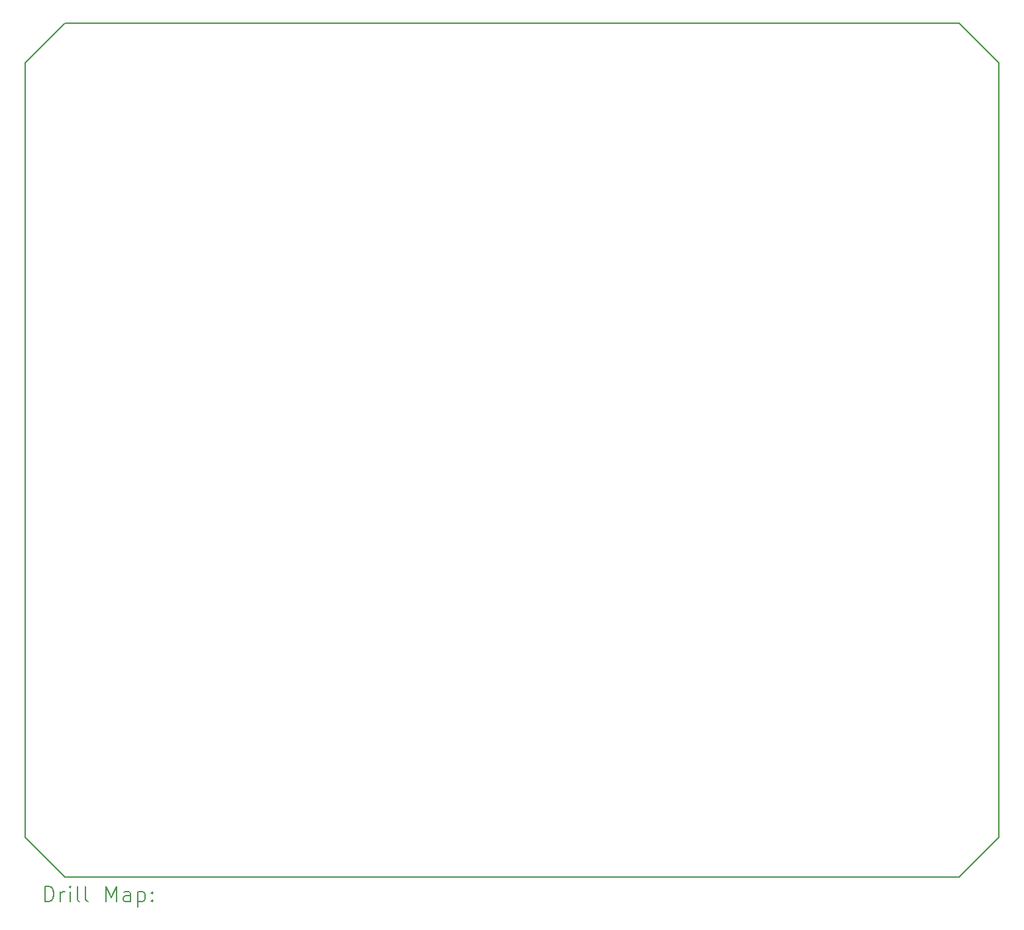
<source format=gbr>
%TF.GenerationSoftware,KiCad,Pcbnew,7.0.8*%
%TF.CreationDate,2023-11-22T21:34:46-08:00*%
%TF.ProjectId,DevkitHotswapPicoHub,4465766b-6974-4486-9f74-737761705069,rev?*%
%TF.SameCoordinates,Original*%
%TF.FileFunction,Drillmap*%
%TF.FilePolarity,Positive*%
%FSLAX45Y45*%
G04 Gerber Fmt 4.5, Leading zero omitted, Abs format (unit mm)*
G04 Created by KiCad (PCBNEW 7.0.8) date 2023-11-22 21:34:46*
%MOMM*%
%LPD*%
G01*
G04 APERTURE LIST*
%ADD10C,0.200000*%
G04 APERTURE END LIST*
D10*
X13716000Y-1778000D02*
X13716000Y-11684000D01*
X13208000Y-12192000D01*
X1778000Y-12192000D01*
X1270000Y-11684000D01*
X1270000Y-1778000D01*
X1778000Y-1270000D01*
X13208000Y-1270000D01*
X13716000Y-1778000D01*
X1520777Y-12513484D02*
X1520777Y-12313484D01*
X1520777Y-12313484D02*
X1568396Y-12313484D01*
X1568396Y-12313484D02*
X1596967Y-12323008D01*
X1596967Y-12323008D02*
X1616015Y-12342055D01*
X1616015Y-12342055D02*
X1625539Y-12361103D01*
X1625539Y-12361103D02*
X1635062Y-12399198D01*
X1635062Y-12399198D02*
X1635062Y-12427769D01*
X1635062Y-12427769D02*
X1625539Y-12465865D01*
X1625539Y-12465865D02*
X1616015Y-12484912D01*
X1616015Y-12484912D02*
X1596967Y-12503960D01*
X1596967Y-12503960D02*
X1568396Y-12513484D01*
X1568396Y-12513484D02*
X1520777Y-12513484D01*
X1720777Y-12513484D02*
X1720777Y-12380150D01*
X1720777Y-12418246D02*
X1730301Y-12399198D01*
X1730301Y-12399198D02*
X1739824Y-12389674D01*
X1739824Y-12389674D02*
X1758872Y-12380150D01*
X1758872Y-12380150D02*
X1777920Y-12380150D01*
X1844586Y-12513484D02*
X1844586Y-12380150D01*
X1844586Y-12313484D02*
X1835062Y-12323008D01*
X1835062Y-12323008D02*
X1844586Y-12332531D01*
X1844586Y-12332531D02*
X1854110Y-12323008D01*
X1854110Y-12323008D02*
X1844586Y-12313484D01*
X1844586Y-12313484D02*
X1844586Y-12332531D01*
X1968396Y-12513484D02*
X1949348Y-12503960D01*
X1949348Y-12503960D02*
X1939824Y-12484912D01*
X1939824Y-12484912D02*
X1939824Y-12313484D01*
X2073158Y-12513484D02*
X2054110Y-12503960D01*
X2054110Y-12503960D02*
X2044586Y-12484912D01*
X2044586Y-12484912D02*
X2044586Y-12313484D01*
X2301729Y-12513484D02*
X2301729Y-12313484D01*
X2301729Y-12313484D02*
X2368396Y-12456341D01*
X2368396Y-12456341D02*
X2435063Y-12313484D01*
X2435063Y-12313484D02*
X2435063Y-12513484D01*
X2616015Y-12513484D02*
X2616015Y-12408722D01*
X2616015Y-12408722D02*
X2606491Y-12389674D01*
X2606491Y-12389674D02*
X2587444Y-12380150D01*
X2587444Y-12380150D02*
X2549348Y-12380150D01*
X2549348Y-12380150D02*
X2530301Y-12389674D01*
X2616015Y-12503960D02*
X2596967Y-12513484D01*
X2596967Y-12513484D02*
X2549348Y-12513484D01*
X2549348Y-12513484D02*
X2530301Y-12503960D01*
X2530301Y-12503960D02*
X2520777Y-12484912D01*
X2520777Y-12484912D02*
X2520777Y-12465865D01*
X2520777Y-12465865D02*
X2530301Y-12446817D01*
X2530301Y-12446817D02*
X2549348Y-12437293D01*
X2549348Y-12437293D02*
X2596967Y-12437293D01*
X2596967Y-12437293D02*
X2616015Y-12427769D01*
X2711253Y-12380150D02*
X2711253Y-12580150D01*
X2711253Y-12389674D02*
X2730301Y-12380150D01*
X2730301Y-12380150D02*
X2768396Y-12380150D01*
X2768396Y-12380150D02*
X2787444Y-12389674D01*
X2787444Y-12389674D02*
X2796967Y-12399198D01*
X2796967Y-12399198D02*
X2806491Y-12418246D01*
X2806491Y-12418246D02*
X2806491Y-12475388D01*
X2806491Y-12475388D02*
X2796967Y-12494436D01*
X2796967Y-12494436D02*
X2787444Y-12503960D01*
X2787444Y-12503960D02*
X2768396Y-12513484D01*
X2768396Y-12513484D02*
X2730301Y-12513484D01*
X2730301Y-12513484D02*
X2711253Y-12503960D01*
X2892205Y-12494436D02*
X2901729Y-12503960D01*
X2901729Y-12503960D02*
X2892205Y-12513484D01*
X2892205Y-12513484D02*
X2882682Y-12503960D01*
X2882682Y-12503960D02*
X2892205Y-12494436D01*
X2892205Y-12494436D02*
X2892205Y-12513484D01*
X2892205Y-12389674D02*
X2901729Y-12399198D01*
X2901729Y-12399198D02*
X2892205Y-12408722D01*
X2892205Y-12408722D02*
X2882682Y-12399198D01*
X2882682Y-12399198D02*
X2892205Y-12389674D01*
X2892205Y-12389674D02*
X2892205Y-12408722D01*
M02*

</source>
